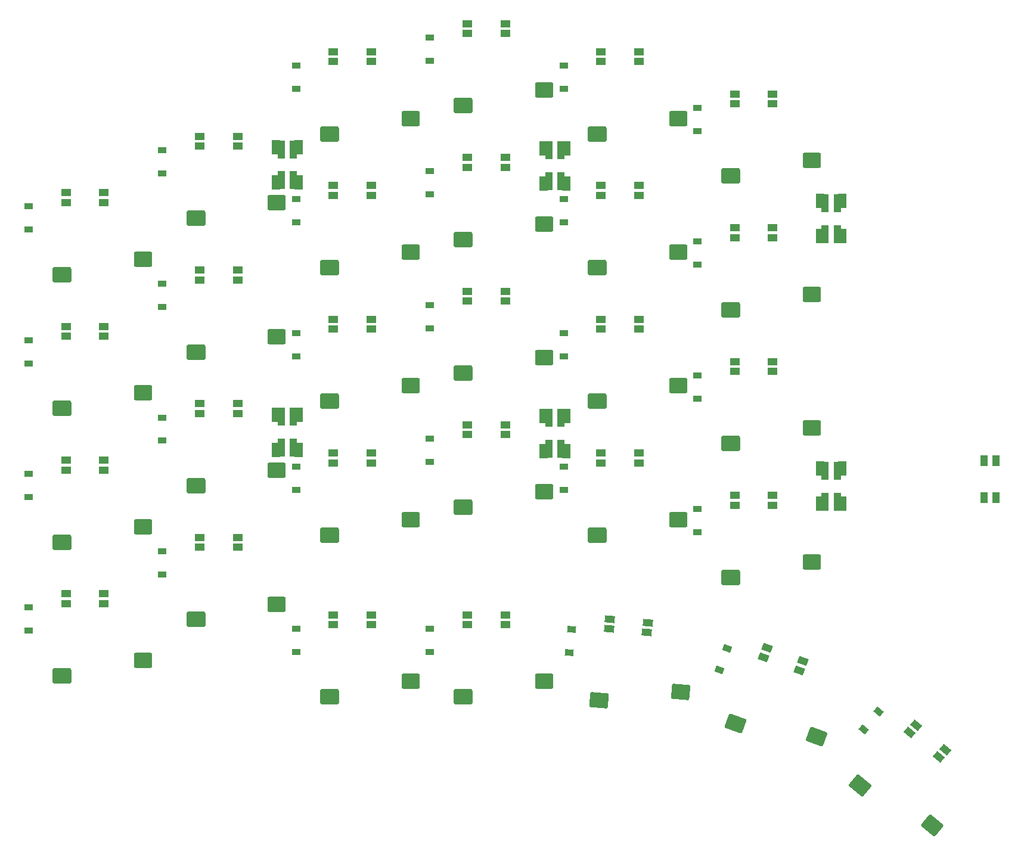
<source format=gbr>
%TF.GenerationSoftware,KiCad,Pcbnew,8.0.4*%
%TF.CreationDate,2024-11-04T19:06:09-07:00*%
%TF.ProjectId,boost58,626f6f73-7435-4382-9e6b-696361645f70,0.1*%
%TF.SameCoordinates,Original*%
%TF.FileFunction,Paste,Top*%
%TF.FilePolarity,Positive*%
%FSLAX46Y46*%
G04 Gerber Fmt 4.6, Leading zero omitted, Abs format (unit mm)*
G04 Created by KiCad (PCBNEW 8.0.4) date 2024-11-04 19:06:09*
%MOMM*%
%LPD*%
G01*
G04 APERTURE LIST*
G04 Aperture macros list*
%AMRoundRect*
0 Rectangle with rounded corners*
0 $1 Rounding radius*
0 $2 $3 $4 $5 $6 $7 $8 $9 X,Y pos of 4 corners*
0 Add a 4 corners polygon primitive as box body*
4,1,4,$2,$3,$4,$5,$6,$7,$8,$9,$2,$3,0*
0 Add four circle primitives for the rounded corners*
1,1,$1+$1,$2,$3*
1,1,$1+$1,$4,$5*
1,1,$1+$1,$6,$7*
1,1,$1+$1,$8,$9*
0 Add four rect primitives between the rounded corners*
20,1,$1+$1,$2,$3,$4,$5,0*
20,1,$1+$1,$4,$5,$6,$7,0*
20,1,$1+$1,$6,$7,$8,$9,0*
20,1,$1+$1,$8,$9,$2,$3,0*%
%AMRotRect*
0 Rectangle, with rotation*
0 The origin of the aperture is its center*
0 $1 length*
0 $2 width*
0 $3 Rotation angle, in degrees counterclockwise*
0 Add horizontal line*
21,1,$1,$2,0,0,$3*%
G04 Aperture macros list end*
%ADD10R,1.000000X2.600000*%
%ADD11R,1.200000X2.000000*%
%ADD12R,1.000000X1.550000*%
%ADD13RoundRect,0.215000X1.085000X0.860000X-1.085000X0.860000X-1.085000X-0.860000X1.085000X-0.860000X0*%
%ADD14RoundRect,0.215000X1.110000X0.860000X-1.110000X0.860000X-1.110000X-0.860000X1.110000X-0.860000X0*%
%ADD15RotRect,0.900000X1.200000X230.000000*%
%ADD16R,1.400000X1.000000*%
%ADD17R,1.200000X0.900000*%
%ADD18RotRect,0.900000X1.200000X265.000000*%
%ADD19RotRect,1.400000X1.000000X320.000000*%
%ADD20RoundRect,0.215000X1.383956X-0.038626X-0.278361X1.356223X-1.383956X0.038626X0.278361X-1.356223X0*%
%ADD21RoundRect,0.215000X1.403107X-0.054696X-0.297512X1.372292X-1.403107X0.054696X0.297512X-1.372292X0*%
%ADD22RotRect,1.400000X1.000000X355.000000*%
%ADD23RotRect,1.400000X1.000000X340.000000*%
%ADD24RoundRect,0.215000X1.313704X0.437044X-0.725429X1.179228X-1.313704X-0.437044X0.725429X-1.179228X0*%
%ADD25RoundRect,0.215000X1.337196X0.428493X-0.748921X1.187778X-1.337196X-0.428493X0.748921X-1.187778X0*%
%ADD26RotRect,0.900000X1.200000X250.000000*%
%ADD27RoundRect,0.215000X1.155825X0.762163X-1.005917X0.951291X-1.155825X-0.762163X1.005917X-0.951291X0*%
%ADD28RoundRect,0.215000X1.180730X0.759985X-1.030822X0.953470X-1.180730X-0.759985X1.030822X-0.953470X0*%
G04 APERTURE END LIST*
D10*
%TO.C,U_3*%
X105875000Y-93700000D03*
X107625000Y-93700000D03*
X107625000Y-89300000D03*
X105875000Y-89300000D03*
D11*
X105150000Y-94000000D03*
X108350000Y-94000000D03*
X108350000Y-89000000D03*
X105150000Y-89000000D03*
%TD*%
D12*
%TO.C,RST1*%
X169450000Y-100625000D03*
X167750000Y-100625000D03*
X169450000Y-95375000D03*
X167750000Y-95375000D03*
%TD*%
D10*
%TO.C,U_4*%
X105875000Y-55700000D03*
X107625000Y-55700000D03*
X107625000Y-51300000D03*
X105875000Y-51300000D03*
D11*
X105150000Y-56000000D03*
X108350000Y-56000000D03*
X108350000Y-51000000D03*
X105150000Y-51000000D03*
%TD*%
D10*
%TO.C,U_6*%
X146875000Y-58800000D03*
X145125000Y-58800000D03*
X145125000Y-63200000D03*
X146875000Y-63200000D03*
D11*
X147600000Y-58500000D03*
X144400000Y-58500000D03*
X144400000Y-63500000D03*
X147600000Y-63500000D03*
%TD*%
D10*
%TO.C,U_5*%
X146875000Y-96800000D03*
X145125000Y-96800000D03*
X145125000Y-101200000D03*
X146875000Y-101200000D03*
D11*
X147600000Y-96500000D03*
X144400000Y-96500000D03*
X144400000Y-101500000D03*
X147600000Y-101500000D03*
%TD*%
D10*
%TO.C,U_1*%
X69625000Y-89150000D03*
X67875000Y-89150000D03*
X67875000Y-93550000D03*
X69625000Y-93550000D03*
D11*
X70350000Y-88850000D03*
X67150000Y-88850000D03*
X67150000Y-93850000D03*
X70350000Y-93850000D03*
%TD*%
D10*
%TO.C,U_2*%
X69625000Y-51150000D03*
X67875000Y-51150000D03*
X67875000Y-55550000D03*
X69625000Y-55550000D03*
D11*
X70350000Y-50850000D03*
X67150000Y-50850000D03*
X67150000Y-55850000D03*
X70350000Y-55850000D03*
%TD*%
D13*
%TO.C,SW26*%
X105247500Y-126750000D03*
D14*
X93755000Y-128950000D03*
%TD*%
D15*
%TO.C,D29*%
X152743400Y-131030027D03*
X150622200Y-133557973D03*
%TD*%
D16*
%TO.C,L8*%
X61700000Y-49300000D03*
X61700000Y-50700000D03*
X56300000Y-50700000D03*
X56300000Y-49300000D03*
%TD*%
D17*
%TO.C,D15*%
X89000000Y-54250000D03*
X89000000Y-57550000D03*
%TD*%
D16*
%TO.C,L11*%
X80700000Y-56300000D03*
X80700000Y-57700000D03*
X75300000Y-57700000D03*
X75300000Y-56300000D03*
%TD*%
D13*
%TO.C,SW22*%
X143247500Y-90750000D03*
D14*
X131755000Y-92950000D03*
%TD*%
D16*
%TO.C,L22*%
X137700000Y-81300000D03*
X137700000Y-82700000D03*
X132300000Y-82700000D03*
X132300000Y-81300000D03*
%TD*%
D17*
%TO.C,D26*%
X89000000Y-119250000D03*
X89000000Y-122550000D03*
%TD*%
D13*
%TO.C,SW20*%
X124247500Y-46750000D03*
D14*
X112755000Y-48950000D03*
%TD*%
D16*
%TO.C,L25*%
X80700000Y-117300000D03*
X80700000Y-118700000D03*
X75300000Y-118700000D03*
X75300000Y-117300000D03*
%TD*%
D13*
%TO.C,SW21*%
X143247500Y-109750000D03*
D14*
X131755000Y-111950000D03*
%TD*%
D16*
%TO.C,L18*%
X118700000Y-75300000D03*
X118700000Y-76700000D03*
X113300000Y-76700000D03*
X113300000Y-75300000D03*
%TD*%
D13*
%TO.C,SW15*%
X105247500Y-61750000D03*
D14*
X93755000Y-63950000D03*
%TD*%
D13*
%TO.C,SW9*%
X86247500Y-103750000D03*
D14*
X74755000Y-105950000D03*
%TD*%
D16*
%TO.C,L6*%
X61700000Y-87300000D03*
X61700000Y-88700000D03*
X56300000Y-88700000D03*
X56300000Y-87300000D03*
%TD*%
D17*
%TO.C,D22*%
X127000000Y-83250000D03*
X127000000Y-86550000D03*
%TD*%
D13*
%TO.C,SW14*%
X105247500Y-80750000D03*
D14*
X93755000Y-82950000D03*
%TD*%
D16*
%TO.C,L1*%
X42700000Y-114300000D03*
X42700000Y-115700000D03*
X37300000Y-115700000D03*
X37300000Y-114300000D03*
%TD*%
D13*
%TO.C,SW11*%
X86247500Y-65750000D03*
D14*
X74755000Y-67950000D03*
%TD*%
D16*
%TO.C,L24*%
X137700000Y-43300000D03*
X137700000Y-44700000D03*
X132300000Y-44700000D03*
X132300000Y-43300000D03*
%TD*%
D18*
%TO.C,D27*%
X109107407Y-119385679D03*
X108819793Y-122673121D03*
%TD*%
D16*
%TO.C,L12*%
X80700000Y-37300000D03*
X80700000Y-38700000D03*
X75300000Y-38700000D03*
X75300000Y-37300000D03*
%TD*%
D17*
%TO.C,D25*%
X70000000Y-119250000D03*
X70000000Y-122550000D03*
%TD*%
D13*
%TO.C,SW7*%
X67247500Y-77750000D03*
D14*
X55755000Y-79950000D03*
%TD*%
D13*
%TO.C,SW17*%
X124247500Y-103750000D03*
D14*
X112755000Y-105950000D03*
%TD*%
D17*
%TO.C,D24*%
X127000000Y-45250000D03*
X127000000Y-48550000D03*
%TD*%
D16*
%TO.C,L19*%
X118700000Y-56300000D03*
X118700000Y-57700000D03*
X113300000Y-57700000D03*
X113300000Y-56300000D03*
%TD*%
D13*
%TO.C,SW18*%
X124247500Y-84750000D03*
D14*
X112755000Y-86950000D03*
%TD*%
D13*
%TO.C,SW13*%
X105247500Y-99750000D03*
D14*
X93755000Y-101950000D03*
%TD*%
D17*
%TO.C,D8*%
X51000000Y-51250000D03*
X51000000Y-54550000D03*
%TD*%
%TO.C,D16*%
X89000000Y-35250000D03*
X89000000Y-38550000D03*
%TD*%
%TO.C,D5*%
X51000000Y-108250000D03*
X51000000Y-111550000D03*
%TD*%
%TO.C,D23*%
X127000000Y-64250000D03*
X127000000Y-67550000D03*
%TD*%
D13*
%TO.C,SW3*%
X48247500Y-85750000D03*
D14*
X36755000Y-87950000D03*
%TD*%
D17*
%TO.C,D6*%
X51000000Y-89250000D03*
X51000000Y-92550000D03*
%TD*%
D19*
%TO.C,L29*%
X162193571Y-136414095D03*
X161293669Y-137486558D03*
X157157029Y-134015505D03*
X158056931Y-132943042D03*
%TD*%
D20*
%TO.C,SW29*%
X160368798Y-147219057D03*
D21*
X150150900Y-141517119D03*
%TD*%
D17*
%TO.C,D2*%
X32000000Y-97250000D03*
X32000000Y-100550000D03*
%TD*%
D13*
%TO.C,SW24*%
X143247500Y-52750000D03*
D14*
X131755000Y-54950000D03*
%TD*%
D17*
%TO.C,D20*%
X108000000Y-39250000D03*
X108000000Y-42550000D03*
%TD*%
%TO.C,D11*%
X70000000Y-58250000D03*
X70000000Y-61550000D03*
%TD*%
%TO.C,D10*%
X70000000Y-77250000D03*
X70000000Y-80550000D03*
%TD*%
D22*
%TO.C,L27*%
X119936635Y-118375684D03*
X119814617Y-119770357D03*
X114435165Y-119299716D03*
X114557183Y-117905043D03*
%TD*%
D13*
%TO.C,SW4*%
X48247500Y-66750000D03*
D14*
X36755000Y-68950000D03*
%TD*%
D13*
%TO.C,SW1*%
X48247500Y-123750000D03*
D14*
X36755000Y-125950000D03*
%TD*%
D13*
%TO.C,SW8*%
X67247500Y-58750000D03*
D14*
X55755000Y-60950000D03*
%TD*%
D13*
%TO.C,SW23*%
X143247500Y-71750000D03*
D14*
X131755000Y-73950000D03*
%TD*%
D16*
%TO.C,L3*%
X42700000Y-76300000D03*
X42700000Y-77700000D03*
X37300000Y-77700000D03*
X37300000Y-76300000D03*
%TD*%
D13*
%TO.C,SW25*%
X86247500Y-126750000D03*
D14*
X74755000Y-128950000D03*
%TD*%
D16*
%TO.C,L13*%
X99700000Y-90300000D03*
X99700000Y-91700000D03*
X94300000Y-91700000D03*
X94300000Y-90300000D03*
%TD*%
%TO.C,L7*%
X61700000Y-68300000D03*
X61700000Y-69700000D03*
X56300000Y-69700000D03*
X56300000Y-68300000D03*
%TD*%
%TO.C,L21*%
X137700000Y-100300000D03*
X137700000Y-101700000D03*
X132300000Y-101700000D03*
X132300000Y-100300000D03*
%TD*%
%TO.C,L10*%
X80700000Y-75300000D03*
X80700000Y-76700000D03*
X75300000Y-76700000D03*
X75300000Y-75300000D03*
%TD*%
%TO.C,L15*%
X99700000Y-52300000D03*
X99700000Y-53700000D03*
X94300000Y-53700000D03*
X94300000Y-52300000D03*
%TD*%
D13*
%TO.C,SW16*%
X105247500Y-42750000D03*
D14*
X93755000Y-44950000D03*
%TD*%
D17*
%TO.C,D4*%
X32000000Y-59250000D03*
X32000000Y-62550000D03*
%TD*%
%TO.C,D9*%
X70000000Y-96250000D03*
X70000000Y-99550000D03*
%TD*%
%TO.C,D21*%
X127000000Y-102250000D03*
X127000000Y-105550000D03*
%TD*%
%TO.C,D19*%
X108000000Y-58250000D03*
X108000000Y-61550000D03*
%TD*%
D16*
%TO.C,L14*%
X99700000Y-71300000D03*
X99700000Y-72700000D03*
X94300000Y-72700000D03*
X94300000Y-71300000D03*
%TD*%
%TO.C,L5*%
X61700000Y-106300000D03*
X61700000Y-107700000D03*
X56300000Y-107700000D03*
X56300000Y-106300000D03*
%TD*%
D17*
%TO.C,D17*%
X108000000Y-96250000D03*
X108000000Y-99550000D03*
%TD*%
D16*
%TO.C,L9*%
X80700000Y-94300000D03*
X80700000Y-95700000D03*
X75300000Y-95700000D03*
X75300000Y-94300000D03*
%TD*%
%TO.C,L16*%
X99700000Y-33300000D03*
X99700000Y-34700000D03*
X94300000Y-34700000D03*
X94300000Y-33300000D03*
%TD*%
D17*
%TO.C,D12*%
X70000000Y-39250000D03*
X70000000Y-42550000D03*
%TD*%
%TO.C,D14*%
X89000000Y-73250000D03*
X89000000Y-76550000D03*
%TD*%
%TO.C,D18*%
X108000000Y-77250000D03*
X108000000Y-80550000D03*
%TD*%
D13*
%TO.C,SW6*%
X67247500Y-96750000D03*
D14*
X55755000Y-98950000D03*
%TD*%
D16*
%TO.C,L20*%
X118700000Y-37300000D03*
X118700000Y-38700000D03*
X113300000Y-38700000D03*
X113300000Y-37300000D03*
%TD*%
%TO.C,L4*%
X42700000Y-57300000D03*
X42700000Y-58700000D03*
X37300000Y-58700000D03*
X37300000Y-57300000D03*
%TD*%
D23*
%TO.C,L28*%
X141949784Y-123844070D03*
X141470956Y-125159639D03*
X136396616Y-123312730D03*
X136875444Y-121997161D03*
%TD*%
D24*
%TO.C,SW28*%
X143930639Y-134621558D03*
D25*
X132378778Y-132758216D03*
%TD*%
D16*
%TO.C,L2*%
X42700000Y-95300000D03*
X42700000Y-96700000D03*
X37300000Y-96700000D03*
X37300000Y-95300000D03*
%TD*%
%TO.C,L26*%
X99700000Y-117300000D03*
X99700000Y-118700000D03*
X94300000Y-118700000D03*
X94300000Y-117300000D03*
%TD*%
D17*
%TO.C,D1*%
X32000000Y-116250000D03*
X32000000Y-119550000D03*
%TD*%
D16*
%TO.C,L17*%
X118700000Y-94300000D03*
X118700000Y-95700000D03*
X113300000Y-95700000D03*
X113300000Y-94300000D03*
%TD*%
%TO.C,L23*%
X137700000Y-62300000D03*
X137700000Y-63700000D03*
X132300000Y-63700000D03*
X132300000Y-62300000D03*
%TD*%
D26*
%TO.C,D28*%
X131228133Y-122016907D03*
X130099467Y-125117893D03*
%TD*%
D13*
%TO.C,SW12*%
X86247500Y-46750000D03*
D14*
X74755000Y-48950000D03*
%TD*%
D17*
%TO.C,D7*%
X51000000Y-70250000D03*
X51000000Y-73550000D03*
%TD*%
D13*
%TO.C,SW10*%
X86247500Y-84750000D03*
D14*
X74755000Y-86950000D03*
%TD*%
D13*
%TO.C,SW19*%
X124247500Y-65750000D03*
D14*
X112755000Y-67950000D03*
%TD*%
D17*
%TO.C,D3*%
X32000000Y-78250000D03*
X32000000Y-81550000D03*
%TD*%
%TO.C,D13*%
X89000000Y-92250000D03*
X89000000Y-95550000D03*
%TD*%
D13*
%TO.C,SW2*%
X48247500Y-104750000D03*
D14*
X36755000Y-106950000D03*
%TD*%
D13*
%TO.C,SW5*%
X67247500Y-115750000D03*
D14*
X55755000Y-117950000D03*
%TD*%
D27*
%TO.C,SW27*%
X124639482Y-128273147D03*
D28*
X112998972Y-129463138D03*
%TD*%
M02*

</source>
